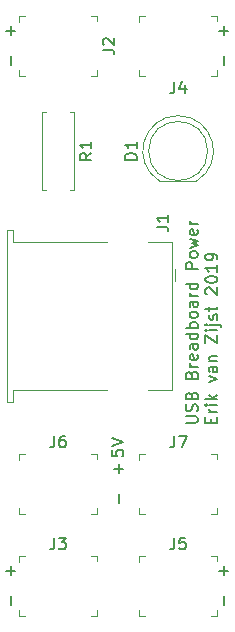
<source format=gto>
G04 #@! TF.GenerationSoftware,KiCad,Pcbnew,(5.1.2-1)-1*
G04 #@! TF.CreationDate,2019-07-07T21:57:11-07:00*
G04 #@! TF.ProjectId,kicad,6b696361-642e-46b6-9963-61645f706362,v01*
G04 #@! TF.SameCoordinates,Original*
G04 #@! TF.FileFunction,Legend,Top*
G04 #@! TF.FilePolarity,Positive*
%FSLAX46Y46*%
G04 Gerber Fmt 4.6, Leading zero omitted, Abs format (unit mm)*
G04 Created by KiCad (PCBNEW (5.1.2-1)-1) date 2019-07-07 21:57:11*
%MOMM*%
%LPD*%
G04 APERTURE LIST*
%ADD10C,0.150000*%
%ADD11C,0.120000*%
%ADD12C,0.100000*%
G04 APERTURE END LIST*
D10*
X111212380Y-139636476D02*
X111212380Y-140112666D01*
X111688571Y-140160285D01*
X111640952Y-140112666D01*
X111593333Y-140017428D01*
X111593333Y-139779333D01*
X111640952Y-139684095D01*
X111688571Y-139636476D01*
X111783809Y-139588857D01*
X112021904Y-139588857D01*
X112117142Y-139636476D01*
X112164761Y-139684095D01*
X112212380Y-139779333D01*
X112212380Y-140017428D01*
X112164761Y-140112666D01*
X112117142Y-140160285D01*
X111212380Y-139303142D02*
X112212380Y-138969809D01*
X111212380Y-138636476D01*
X111831428Y-144144952D02*
X111831428Y-143383047D01*
X111831428Y-141604952D02*
X111831428Y-140843047D01*
X112212380Y-141224000D02*
X111450476Y-141224000D01*
X102687428Y-152780952D02*
X102687428Y-152019047D01*
X102687428Y-150240952D02*
X102687428Y-149479047D01*
X103068380Y-149860000D02*
X102306476Y-149860000D01*
X120721428Y-152780952D02*
X120721428Y-152019047D01*
X120721428Y-150240952D02*
X120721428Y-149479047D01*
X121102380Y-149860000D02*
X120340476Y-149860000D01*
X102687428Y-107060952D02*
X102687428Y-106299047D01*
X102687428Y-104520952D02*
X102687428Y-103759047D01*
X103068380Y-104140000D02*
X102306476Y-104140000D01*
X120721428Y-104520952D02*
X120721428Y-103759047D01*
X121102380Y-104140000D02*
X120340476Y-104140000D01*
X120721428Y-107060952D02*
X120721428Y-106299047D01*
X117499380Y-137332404D02*
X118308904Y-137332404D01*
X118404142Y-137284785D01*
X118451761Y-137237166D01*
X118499380Y-137141928D01*
X118499380Y-136951452D01*
X118451761Y-136856214D01*
X118404142Y-136808595D01*
X118308904Y-136760976D01*
X117499380Y-136760976D01*
X118451761Y-136332404D02*
X118499380Y-136189547D01*
X118499380Y-135951452D01*
X118451761Y-135856214D01*
X118404142Y-135808595D01*
X118308904Y-135760976D01*
X118213666Y-135760976D01*
X118118428Y-135808595D01*
X118070809Y-135856214D01*
X118023190Y-135951452D01*
X117975571Y-136141928D01*
X117927952Y-136237166D01*
X117880333Y-136284785D01*
X117785095Y-136332404D01*
X117689857Y-136332404D01*
X117594619Y-136284785D01*
X117547000Y-136237166D01*
X117499380Y-136141928D01*
X117499380Y-135903833D01*
X117547000Y-135760976D01*
X117975571Y-134999071D02*
X118023190Y-134856214D01*
X118070809Y-134808595D01*
X118166047Y-134760976D01*
X118308904Y-134760976D01*
X118404142Y-134808595D01*
X118451761Y-134856214D01*
X118499380Y-134951452D01*
X118499380Y-135332404D01*
X117499380Y-135332404D01*
X117499380Y-134999071D01*
X117547000Y-134903833D01*
X117594619Y-134856214D01*
X117689857Y-134808595D01*
X117785095Y-134808595D01*
X117880333Y-134856214D01*
X117927952Y-134903833D01*
X117975571Y-134999071D01*
X117975571Y-135332404D01*
X117975571Y-133237166D02*
X118023190Y-133094309D01*
X118070809Y-133046690D01*
X118166047Y-132999071D01*
X118308904Y-132999071D01*
X118404142Y-133046690D01*
X118451761Y-133094309D01*
X118499380Y-133189547D01*
X118499380Y-133570500D01*
X117499380Y-133570500D01*
X117499380Y-133237166D01*
X117547000Y-133141928D01*
X117594619Y-133094309D01*
X117689857Y-133046690D01*
X117785095Y-133046690D01*
X117880333Y-133094309D01*
X117927952Y-133141928D01*
X117975571Y-133237166D01*
X117975571Y-133570500D01*
X118499380Y-132570500D02*
X117832714Y-132570500D01*
X118023190Y-132570500D02*
X117927952Y-132522880D01*
X117880333Y-132475261D01*
X117832714Y-132380023D01*
X117832714Y-132284785D01*
X118451761Y-131570500D02*
X118499380Y-131665738D01*
X118499380Y-131856214D01*
X118451761Y-131951452D01*
X118356523Y-131999071D01*
X117975571Y-131999071D01*
X117880333Y-131951452D01*
X117832714Y-131856214D01*
X117832714Y-131665738D01*
X117880333Y-131570500D01*
X117975571Y-131522880D01*
X118070809Y-131522880D01*
X118166047Y-131999071D01*
X118499380Y-130665738D02*
X117975571Y-130665738D01*
X117880333Y-130713357D01*
X117832714Y-130808595D01*
X117832714Y-130999071D01*
X117880333Y-131094309D01*
X118451761Y-130665738D02*
X118499380Y-130760976D01*
X118499380Y-130999071D01*
X118451761Y-131094309D01*
X118356523Y-131141928D01*
X118261285Y-131141928D01*
X118166047Y-131094309D01*
X118118428Y-130999071D01*
X118118428Y-130760976D01*
X118070809Y-130665738D01*
X118499380Y-129760976D02*
X117499380Y-129760976D01*
X118451761Y-129760976D02*
X118499380Y-129856214D01*
X118499380Y-130046690D01*
X118451761Y-130141928D01*
X118404142Y-130189547D01*
X118308904Y-130237166D01*
X118023190Y-130237166D01*
X117927952Y-130189547D01*
X117880333Y-130141928D01*
X117832714Y-130046690D01*
X117832714Y-129856214D01*
X117880333Y-129760976D01*
X118499380Y-129284785D02*
X117499380Y-129284785D01*
X117880333Y-129284785D02*
X117832714Y-129189547D01*
X117832714Y-128999071D01*
X117880333Y-128903833D01*
X117927952Y-128856214D01*
X118023190Y-128808595D01*
X118308904Y-128808595D01*
X118404142Y-128856214D01*
X118451761Y-128903833D01*
X118499380Y-128999071D01*
X118499380Y-129189547D01*
X118451761Y-129284785D01*
X118499380Y-128237166D02*
X118451761Y-128332404D01*
X118404142Y-128380023D01*
X118308904Y-128427642D01*
X118023190Y-128427642D01*
X117927952Y-128380023D01*
X117880333Y-128332404D01*
X117832714Y-128237166D01*
X117832714Y-128094309D01*
X117880333Y-127999071D01*
X117927952Y-127951452D01*
X118023190Y-127903833D01*
X118308904Y-127903833D01*
X118404142Y-127951452D01*
X118451761Y-127999071D01*
X118499380Y-128094309D01*
X118499380Y-128237166D01*
X118499380Y-127046690D02*
X117975571Y-127046690D01*
X117880333Y-127094309D01*
X117832714Y-127189547D01*
X117832714Y-127380023D01*
X117880333Y-127475261D01*
X118451761Y-127046690D02*
X118499380Y-127141928D01*
X118499380Y-127380023D01*
X118451761Y-127475261D01*
X118356523Y-127522880D01*
X118261285Y-127522880D01*
X118166047Y-127475261D01*
X118118428Y-127380023D01*
X118118428Y-127141928D01*
X118070809Y-127046690D01*
X118499380Y-126570500D02*
X117832714Y-126570500D01*
X118023190Y-126570500D02*
X117927952Y-126522880D01*
X117880333Y-126475261D01*
X117832714Y-126380023D01*
X117832714Y-126284785D01*
X118499380Y-125522880D02*
X117499380Y-125522880D01*
X118451761Y-125522880D02*
X118499380Y-125618119D01*
X118499380Y-125808595D01*
X118451761Y-125903833D01*
X118404142Y-125951452D01*
X118308904Y-125999071D01*
X118023190Y-125999071D01*
X117927952Y-125951452D01*
X117880333Y-125903833D01*
X117832714Y-125808595D01*
X117832714Y-125618119D01*
X117880333Y-125522880D01*
X118499380Y-124284785D02*
X117499380Y-124284785D01*
X117499380Y-123903833D01*
X117547000Y-123808595D01*
X117594619Y-123760976D01*
X117689857Y-123713357D01*
X117832714Y-123713357D01*
X117927952Y-123760976D01*
X117975571Y-123808595D01*
X118023190Y-123903833D01*
X118023190Y-124284785D01*
X118499380Y-123141928D02*
X118451761Y-123237166D01*
X118404142Y-123284785D01*
X118308904Y-123332404D01*
X118023190Y-123332404D01*
X117927952Y-123284785D01*
X117880333Y-123237166D01*
X117832714Y-123141928D01*
X117832714Y-122999071D01*
X117880333Y-122903833D01*
X117927952Y-122856214D01*
X118023190Y-122808595D01*
X118308904Y-122808595D01*
X118404142Y-122856214D01*
X118451761Y-122903833D01*
X118499380Y-122999071D01*
X118499380Y-123141928D01*
X117832714Y-122475261D02*
X118499380Y-122284785D01*
X118023190Y-122094309D01*
X118499380Y-121903833D01*
X117832714Y-121713357D01*
X118451761Y-120951452D02*
X118499380Y-121046690D01*
X118499380Y-121237166D01*
X118451761Y-121332404D01*
X118356523Y-121380023D01*
X117975571Y-121380023D01*
X117880333Y-121332404D01*
X117832714Y-121237166D01*
X117832714Y-121046690D01*
X117880333Y-120951452D01*
X117975571Y-120903833D01*
X118070809Y-120903833D01*
X118166047Y-121380023D01*
X118499380Y-120475261D02*
X117832714Y-120475261D01*
X118023190Y-120475261D02*
X117927952Y-120427642D01*
X117880333Y-120380023D01*
X117832714Y-120284785D01*
X117832714Y-120189547D01*
X119625571Y-137332404D02*
X119625571Y-136999071D01*
X120149380Y-136856214D02*
X120149380Y-137332404D01*
X119149380Y-137332404D01*
X119149380Y-136856214D01*
X120149380Y-136427642D02*
X119482714Y-136427642D01*
X119673190Y-136427642D02*
X119577952Y-136380023D01*
X119530333Y-136332404D01*
X119482714Y-136237166D01*
X119482714Y-136141928D01*
X120149380Y-135808595D02*
X119482714Y-135808595D01*
X119149380Y-135808595D02*
X119197000Y-135856214D01*
X119244619Y-135808595D01*
X119197000Y-135760976D01*
X119149380Y-135808595D01*
X119244619Y-135808595D01*
X120149380Y-135332404D02*
X119149380Y-135332404D01*
X119768428Y-135237166D02*
X120149380Y-134951452D01*
X119482714Y-134951452D02*
X119863666Y-135332404D01*
X119482714Y-133856214D02*
X120149380Y-133618119D01*
X119482714Y-133380023D01*
X120149380Y-132570500D02*
X119625571Y-132570500D01*
X119530333Y-132618119D01*
X119482714Y-132713357D01*
X119482714Y-132903833D01*
X119530333Y-132999071D01*
X120101761Y-132570500D02*
X120149380Y-132665738D01*
X120149380Y-132903833D01*
X120101761Y-132999071D01*
X120006523Y-133046690D01*
X119911285Y-133046690D01*
X119816047Y-132999071D01*
X119768428Y-132903833D01*
X119768428Y-132665738D01*
X119720809Y-132570500D01*
X119482714Y-132094309D02*
X120149380Y-132094309D01*
X119577952Y-132094309D02*
X119530333Y-132046690D01*
X119482714Y-131951452D01*
X119482714Y-131808595D01*
X119530333Y-131713357D01*
X119625571Y-131665738D01*
X120149380Y-131665738D01*
X119149380Y-130522880D02*
X119149380Y-129856214D01*
X120149380Y-130522880D01*
X120149380Y-129856214D01*
X120149380Y-129475261D02*
X119482714Y-129475261D01*
X119149380Y-129475261D02*
X119197000Y-129522880D01*
X119244619Y-129475261D01*
X119197000Y-129427642D01*
X119149380Y-129475261D01*
X119244619Y-129475261D01*
X119482714Y-128999071D02*
X120339857Y-128999071D01*
X120435095Y-129046690D01*
X120482714Y-129141928D01*
X120482714Y-129189547D01*
X119149380Y-128999071D02*
X119197000Y-129046690D01*
X119244619Y-128999071D01*
X119197000Y-128951452D01*
X119149380Y-128999071D01*
X119244619Y-128999071D01*
X120101761Y-128570500D02*
X120149380Y-128475261D01*
X120149380Y-128284785D01*
X120101761Y-128189547D01*
X120006523Y-128141928D01*
X119958904Y-128141928D01*
X119863666Y-128189547D01*
X119816047Y-128284785D01*
X119816047Y-128427642D01*
X119768428Y-128522880D01*
X119673190Y-128570500D01*
X119625571Y-128570500D01*
X119530333Y-128522880D01*
X119482714Y-128427642D01*
X119482714Y-128284785D01*
X119530333Y-128189547D01*
X119482714Y-127856214D02*
X119482714Y-127475261D01*
X119149380Y-127713357D02*
X120006523Y-127713357D01*
X120101761Y-127665738D01*
X120149380Y-127570500D01*
X120149380Y-127475261D01*
X119244619Y-126427642D02*
X119197000Y-126380023D01*
X119149380Y-126284785D01*
X119149380Y-126046690D01*
X119197000Y-125951452D01*
X119244619Y-125903833D01*
X119339857Y-125856214D01*
X119435095Y-125856214D01*
X119577952Y-125903833D01*
X120149380Y-126475261D01*
X120149380Y-125856214D01*
X119149380Y-125237166D02*
X119149380Y-125141928D01*
X119197000Y-125046690D01*
X119244619Y-124999071D01*
X119339857Y-124951452D01*
X119530333Y-124903833D01*
X119768428Y-124903833D01*
X119958904Y-124951452D01*
X120054142Y-124999071D01*
X120101761Y-125046690D01*
X120149380Y-125141928D01*
X120149380Y-125237166D01*
X120101761Y-125332404D01*
X120054142Y-125380023D01*
X119958904Y-125427642D01*
X119768428Y-125475261D01*
X119530333Y-125475261D01*
X119339857Y-125427642D01*
X119244619Y-125380023D01*
X119197000Y-125332404D01*
X119149380Y-125237166D01*
X120149380Y-123951452D02*
X120149380Y-124522880D01*
X120149380Y-124237166D02*
X119149380Y-124237166D01*
X119292238Y-124332404D01*
X119387476Y-124427642D01*
X119435095Y-124522880D01*
X120149380Y-123475261D02*
X120149380Y-123284785D01*
X120101761Y-123189547D01*
X120054142Y-123141928D01*
X119911285Y-123046690D01*
X119720809Y-122999071D01*
X119339857Y-122999071D01*
X119244619Y-123046690D01*
X119197000Y-123094309D01*
X119149380Y-123189547D01*
X119149380Y-123380023D01*
X119197000Y-123475261D01*
X119244619Y-123522880D01*
X119339857Y-123570500D01*
X119577952Y-123570500D01*
X119673190Y-123522880D01*
X119720809Y-123475261D01*
X119768428Y-123380023D01*
X119768428Y-123189547D01*
X119720809Y-123094309D01*
X119673190Y-123046690D01*
X119577952Y-122999071D01*
D11*
X115295000Y-116860000D02*
X118385000Y-116860000D01*
X119340000Y-114300000D02*
G75*
G03X119340000Y-114300000I-2500000J0D01*
G01*
X116840462Y-111310000D02*
G75*
G03X115295170Y-116860000I-462J-2990000D01*
G01*
X116839538Y-111310000D02*
G75*
G02X118384830Y-116860000I462J-2990000D01*
G01*
X102326000Y-121027500D02*
X102326000Y-135527500D01*
X102326000Y-135527500D02*
X102826000Y-135527500D01*
X102826000Y-135527500D02*
X102826000Y-134527500D01*
X102826000Y-134527500D02*
X110826000Y-134527500D01*
X114326000Y-134527500D02*
X116326000Y-134527500D01*
X116326000Y-134527500D02*
X116326000Y-122027500D01*
X116326000Y-122027500D02*
X114326000Y-122027500D01*
X110826000Y-122027500D02*
X102826000Y-122027500D01*
X102826000Y-122027500D02*
X102826000Y-121027500D01*
X102826000Y-121027500D02*
X102326000Y-121027500D01*
X116576000Y-124277500D02*
X116576000Y-125277500D01*
D12*
X103400000Y-102840000D02*
X103900000Y-102840000D01*
X103400000Y-102840000D02*
X103400000Y-103340000D01*
X103380000Y-107980000D02*
X103880000Y-107980000D01*
X103380000Y-107980000D02*
X103380000Y-107480000D01*
X109980000Y-107980000D02*
X109480000Y-107980000D01*
X109980000Y-107980000D02*
X109980000Y-107480000D01*
X109970000Y-102830000D02*
X109470000Y-102830000D01*
X109970000Y-102830000D02*
X109970000Y-103330000D01*
X103400000Y-148560000D02*
X103900000Y-148560000D01*
X103400000Y-148560000D02*
X103400000Y-149060000D01*
X103380000Y-153700000D02*
X103880000Y-153700000D01*
X103380000Y-153700000D02*
X103380000Y-153200000D01*
X109980000Y-153700000D02*
X109480000Y-153700000D01*
X109980000Y-153700000D02*
X109980000Y-153200000D01*
X109970000Y-148550000D02*
X109470000Y-148550000D01*
X109970000Y-148550000D02*
X109970000Y-149050000D01*
X120130000Y-102830000D02*
X120130000Y-103330000D01*
X120130000Y-102830000D02*
X119630000Y-102830000D01*
X120140000Y-107980000D02*
X120140000Y-107480000D01*
X120140000Y-107980000D02*
X119640000Y-107980000D01*
X113540000Y-107980000D02*
X113540000Y-107480000D01*
X113540000Y-107980000D02*
X114040000Y-107980000D01*
X113560000Y-102840000D02*
X113560000Y-103340000D01*
X113560000Y-102840000D02*
X114060000Y-102840000D01*
X120130000Y-148550000D02*
X120130000Y-149050000D01*
X120130000Y-148550000D02*
X119630000Y-148550000D01*
X120140000Y-153700000D02*
X120140000Y-153200000D01*
X120140000Y-153700000D02*
X119640000Y-153700000D01*
X113540000Y-153700000D02*
X113540000Y-153200000D01*
X113540000Y-153700000D02*
X114040000Y-153700000D01*
X113560000Y-148560000D02*
X113560000Y-149060000D01*
X113560000Y-148560000D02*
X114060000Y-148560000D01*
D11*
X107720000Y-111030000D02*
X108050000Y-111030000D01*
X108050000Y-111030000D02*
X108050000Y-117570000D01*
X108050000Y-117570000D02*
X107720000Y-117570000D01*
X105640000Y-111030000D02*
X105310000Y-111030000D01*
X105310000Y-111030000D02*
X105310000Y-117570000D01*
X105310000Y-117570000D02*
X105640000Y-117570000D01*
D12*
X103400000Y-139924000D02*
X103900000Y-139924000D01*
X103400000Y-139924000D02*
X103400000Y-140424000D01*
X103380000Y-145064000D02*
X103880000Y-145064000D01*
X103380000Y-145064000D02*
X103380000Y-144564000D01*
X109980000Y-145064000D02*
X109480000Y-145064000D01*
X109980000Y-145064000D02*
X109980000Y-144564000D01*
X109970000Y-139914000D02*
X109470000Y-139914000D01*
X109970000Y-139914000D02*
X109970000Y-140414000D01*
X120130000Y-139914000D02*
X120130000Y-140414000D01*
X120130000Y-139914000D02*
X119630000Y-139914000D01*
X120140000Y-145064000D02*
X120140000Y-144564000D01*
X120140000Y-145064000D02*
X119640000Y-145064000D01*
X113540000Y-145064000D02*
X113540000Y-144564000D01*
X113540000Y-145064000D02*
X114040000Y-145064000D01*
X113560000Y-139924000D02*
X113560000Y-140424000D01*
X113560000Y-139924000D02*
X114060000Y-139924000D01*
D10*
X113332380Y-115038095D02*
X112332380Y-115038095D01*
X112332380Y-114800000D01*
X112380000Y-114657142D01*
X112475238Y-114561904D01*
X112570476Y-114514285D01*
X112760952Y-114466666D01*
X112903809Y-114466666D01*
X113094285Y-114514285D01*
X113189523Y-114561904D01*
X113284761Y-114657142D01*
X113332380Y-114800000D01*
X113332380Y-115038095D01*
X113332380Y-113514285D02*
X113332380Y-114085714D01*
X113332380Y-113800000D02*
X112332380Y-113800000D01*
X112475238Y-113895238D01*
X112570476Y-113990476D01*
X112618095Y-114085714D01*
X115022380Y-120729333D02*
X115736666Y-120729333D01*
X115879523Y-120776952D01*
X115974761Y-120872190D01*
X116022380Y-121015047D01*
X116022380Y-121110285D01*
X116022380Y-119729333D02*
X116022380Y-120300761D01*
X116022380Y-120015047D02*
X115022380Y-120015047D01*
X115165238Y-120110285D01*
X115260476Y-120205523D01*
X115308095Y-120300761D01*
X110450380Y-105743333D02*
X111164666Y-105743333D01*
X111307523Y-105790952D01*
X111402761Y-105886190D01*
X111450380Y-106029047D01*
X111450380Y-106124285D01*
X110545619Y-105314761D02*
X110498000Y-105267142D01*
X110450380Y-105171904D01*
X110450380Y-104933809D01*
X110498000Y-104838571D01*
X110545619Y-104790952D01*
X110640857Y-104743333D01*
X110736095Y-104743333D01*
X110878952Y-104790952D01*
X111450380Y-105362380D01*
X111450380Y-104743333D01*
X106346666Y-147026380D02*
X106346666Y-147740666D01*
X106299047Y-147883523D01*
X106203809Y-147978761D01*
X106060952Y-148026380D01*
X105965714Y-148026380D01*
X106727619Y-147026380D02*
X107346666Y-147026380D01*
X107013333Y-147407333D01*
X107156190Y-147407333D01*
X107251428Y-147454952D01*
X107299047Y-147502571D01*
X107346666Y-147597809D01*
X107346666Y-147835904D01*
X107299047Y-147931142D01*
X107251428Y-147978761D01*
X107156190Y-148026380D01*
X106870476Y-148026380D01*
X106775238Y-147978761D01*
X106727619Y-147931142D01*
X116506666Y-108418380D02*
X116506666Y-109132666D01*
X116459047Y-109275523D01*
X116363809Y-109370761D01*
X116220952Y-109418380D01*
X116125714Y-109418380D01*
X117411428Y-108751714D02*
X117411428Y-109418380D01*
X117173333Y-108370761D02*
X116935238Y-109085047D01*
X117554285Y-109085047D01*
X116506666Y-147026380D02*
X116506666Y-147740666D01*
X116459047Y-147883523D01*
X116363809Y-147978761D01*
X116220952Y-148026380D01*
X116125714Y-148026380D01*
X117459047Y-147026380D02*
X116982857Y-147026380D01*
X116935238Y-147502571D01*
X116982857Y-147454952D01*
X117078095Y-147407333D01*
X117316190Y-147407333D01*
X117411428Y-147454952D01*
X117459047Y-147502571D01*
X117506666Y-147597809D01*
X117506666Y-147835904D01*
X117459047Y-147931142D01*
X117411428Y-147978761D01*
X117316190Y-148026380D01*
X117078095Y-148026380D01*
X116982857Y-147978761D01*
X116935238Y-147931142D01*
X109502380Y-114466666D02*
X109026190Y-114800000D01*
X109502380Y-115038095D02*
X108502380Y-115038095D01*
X108502380Y-114657142D01*
X108550000Y-114561904D01*
X108597619Y-114514285D01*
X108692857Y-114466666D01*
X108835714Y-114466666D01*
X108930952Y-114514285D01*
X108978571Y-114561904D01*
X109026190Y-114657142D01*
X109026190Y-115038095D01*
X109502380Y-113514285D02*
X109502380Y-114085714D01*
X109502380Y-113800000D02*
X108502380Y-113800000D01*
X108645238Y-113895238D01*
X108740476Y-113990476D01*
X108788095Y-114085714D01*
X106346666Y-138390380D02*
X106346666Y-139104666D01*
X106299047Y-139247523D01*
X106203809Y-139342761D01*
X106060952Y-139390380D01*
X105965714Y-139390380D01*
X107251428Y-138390380D02*
X107060952Y-138390380D01*
X106965714Y-138438000D01*
X106918095Y-138485619D01*
X106822857Y-138628476D01*
X106775238Y-138818952D01*
X106775238Y-139199904D01*
X106822857Y-139295142D01*
X106870476Y-139342761D01*
X106965714Y-139390380D01*
X107156190Y-139390380D01*
X107251428Y-139342761D01*
X107299047Y-139295142D01*
X107346666Y-139199904D01*
X107346666Y-138961809D01*
X107299047Y-138866571D01*
X107251428Y-138818952D01*
X107156190Y-138771333D01*
X106965714Y-138771333D01*
X106870476Y-138818952D01*
X106822857Y-138866571D01*
X106775238Y-138961809D01*
X116506666Y-138390380D02*
X116506666Y-139104666D01*
X116459047Y-139247523D01*
X116363809Y-139342761D01*
X116220952Y-139390380D01*
X116125714Y-139390380D01*
X116887619Y-138390380D02*
X117554285Y-138390380D01*
X117125714Y-139390380D01*
M02*

</source>
